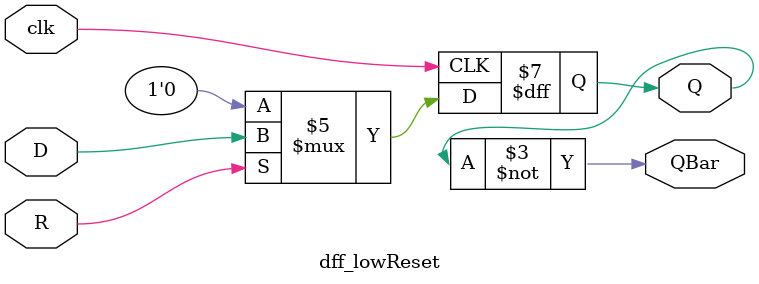
<source format=v>

module dff_lowReset(
	input      D, clk, R,
	output reg Q,
	output     QBar
	);
	
	always @(posedge clk)
	begin
		if (R == 1'b0)
			Q<=1'b0;
		else
			Q<=D;
	end
	
	assign QBar = ~Q;
	
endmodule

</source>
